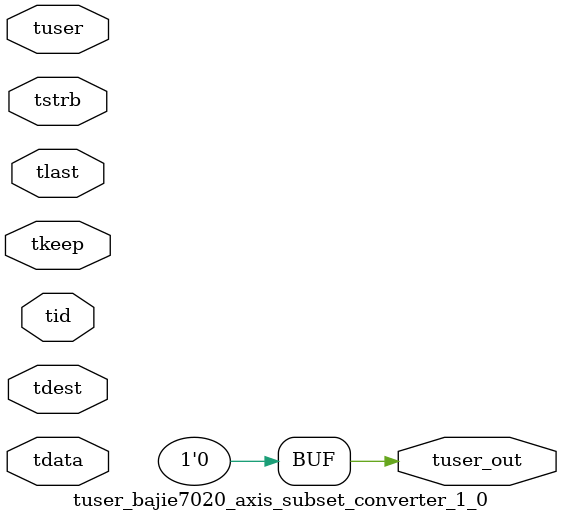
<source format=v>


`timescale 1ps/1ps

module tuser_bajie7020_axis_subset_converter_1_0 #
(
parameter C_S_AXIS_TUSER_WIDTH = 1,
parameter C_S_AXIS_TDATA_WIDTH = 32,
parameter C_S_AXIS_TID_WIDTH   = 0,
parameter C_S_AXIS_TDEST_WIDTH = 0,
parameter C_M_AXIS_TUSER_WIDTH = 1
)
(
input  [(C_S_AXIS_TUSER_WIDTH == 0 ? 1 : C_S_AXIS_TUSER_WIDTH)-1:0     ] tuser,
input  [(C_S_AXIS_TDATA_WIDTH == 0 ? 1 : C_S_AXIS_TDATA_WIDTH)-1:0     ] tdata,
input  [(C_S_AXIS_TID_WIDTH   == 0 ? 1 : C_S_AXIS_TID_WIDTH)-1:0       ] tid,
input  [(C_S_AXIS_TDEST_WIDTH == 0 ? 1 : C_S_AXIS_TDEST_WIDTH)-1:0     ] tdest,
input  [(C_S_AXIS_TDATA_WIDTH/8)-1:0 ] tkeep,
input  [(C_S_AXIS_TDATA_WIDTH/8)-1:0 ] tstrb,
input                                                                    tlast,
output [C_M_AXIS_TUSER_WIDTH-1:0] tuser_out
);

assign tuser_out = {1'b0};

endmodule


</source>
